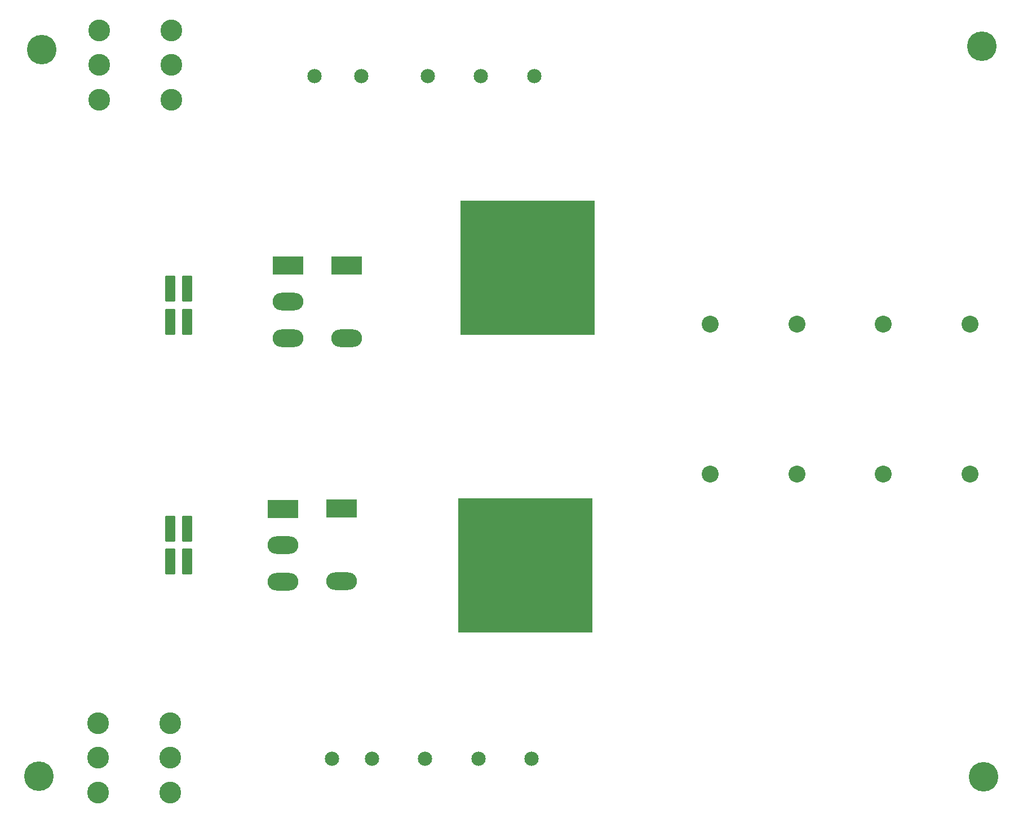
<source format=gbr>
%TF.GenerationSoftware,KiCad,Pcbnew,9.0.6*%
%TF.CreationDate,2025-12-19T02:54:44-05:00*%
%TF.ProjectId,CSI_Tester,4353495f-5465-4737-9465-722e6b696361,rev?*%
%TF.SameCoordinates,Original*%
%TF.FileFunction,Soldermask,Top*%
%TF.FilePolarity,Negative*%
%FSLAX46Y46*%
G04 Gerber Fmt 4.6, Leading zero omitted, Abs format (unit mm)*
G04 Created by KiCad (PCBNEW 9.0.6) date 2025-12-19 02:54:44*
%MOMM*%
%LPD*%
G01*
G04 APERTURE LIST*
G04 Aperture macros list*
%AMRoundRect*
0 Rectangle with rounded corners*
0 $1 Rounding radius*
0 $2 $3 $4 $5 $6 $7 $8 $9 X,Y pos of 4 corners*
0 Add a 4 corners polygon primitive as box body*
4,1,4,$2,$3,$4,$5,$6,$7,$8,$9,$2,$3,0*
0 Add four circle primitives for the rounded corners*
1,1,$1+$1,$2,$3*
1,1,$1+$1,$4,$5*
1,1,$1+$1,$6,$7*
1,1,$1+$1,$8,$9*
0 Add four rect primitives between the rounded corners*
20,1,$1+$1,$2,$3,$4,$5,0*
20,1,$1+$1,$4,$5,$6,$7,0*
20,1,$1+$1,$6,$7,$8,$9,0*
20,1,$1+$1,$8,$9,$2,$3,0*%
G04 Aperture macros list end*
%ADD10C,2.140000*%
%ADD11RoundRect,0.102000X-0.635000X-1.840000X0.635000X-1.840000X0.635000X1.840000X-0.635000X1.840000X0*%
%ADD12C,2.540000*%
%ADD13RoundRect,0.070000X-2.250000X1.250000X-2.250000X-1.250000X2.250000X-1.250000X2.250000X1.250000X0*%
%ADD14O,4.640000X2.640000*%
%ADD15RoundRect,0.070000X-10.000000X-10.000000X10.000000X-10.000000X10.000000X10.000000X-10.000000X10.000000X0*%
%ADD16C,4.440000*%
%ADD17C,3.264200*%
G04 APERTURE END LIST*
D10*
%TO.C,Vg_H1*%
X112370000Y-36475000D03*
%TD*%
%TO.C,Vs_H1*%
X119370000Y-36475000D03*
%TD*%
%TO.C,Vc+1*%
X145370000Y-36475000D03*
%TD*%
%TO.C,Vdc+1*%
X129000000Y-139000000D03*
%TD*%
D11*
%TO.C,J1*%
X93270000Y-104425000D03*
X93270000Y-109375000D03*
X90730000Y-104425000D03*
X90730000Y-109375000D03*
%TD*%
D12*
%TO.C,C4*%
X210800000Y-96250000D03*
X210800000Y-73750000D03*
%TD*%
D13*
%TO.C,Q1*%
X107615000Y-101498400D03*
D14*
X107615000Y-106948400D03*
X107615000Y-112398400D03*
%TD*%
D12*
%TO.C,C2*%
X184800000Y-96250000D03*
X184800000Y-73750000D03*
%TD*%
%TO.C,C1*%
X171800000Y-96250000D03*
X171800000Y-73750000D03*
%TD*%
D13*
%TO.C,D1*%
X116466200Y-101433200D03*
D14*
X116466200Y-112333200D03*
%TD*%
D15*
%TO.C,R1*%
X144000000Y-110000000D03*
%TD*%
D13*
%TO.C,D2*%
X117228200Y-64908000D03*
D14*
X117228200Y-75808000D03*
%TD*%
D10*
%TO.C,Vc-1*%
X145000000Y-139000000D03*
%TD*%
D12*
%TO.C,C3*%
X197800000Y-96250000D03*
X197800000Y-73750000D03*
%TD*%
D16*
%TO.C,H5*%
X212900000Y-141700000D03*
%TD*%
D15*
%TO.C,R2*%
X144400000Y-65300000D03*
%TD*%
D16*
%TO.C,H4*%
X212600000Y-32000000D03*
%TD*%
D11*
%TO.C,J2*%
X93270000Y-68425000D03*
X93270000Y-73375000D03*
X90730000Y-68425000D03*
X90730000Y-73375000D03*
%TD*%
D17*
%TO.C,J3*%
X80040600Y-29616850D03*
X80040600Y-34823850D03*
X80040600Y-40030850D03*
X90835600Y-29616850D03*
X90835600Y-34823850D03*
X90835600Y-40030850D03*
%TD*%
D10*
%TO.C,Vs_L1*%
X121000000Y-139000000D03*
%TD*%
D13*
%TO.C,Q2*%
X108356400Y-64922400D03*
D14*
X108356400Y-70372400D03*
X108356400Y-75822400D03*
%TD*%
D10*
%TO.C,Vcvr1*%
X137000000Y-139000000D03*
%TD*%
D16*
%TO.C,H7*%
X71000000Y-141600000D03*
%TD*%
D10*
%TO.C,Vdc+2*%
X129370000Y-36475000D03*
%TD*%
%TO.C,Vcvr2*%
X137370000Y-36475000D03*
%TD*%
%TO.C,Vg_L1*%
X115000000Y-139000000D03*
%TD*%
D17*
%TO.C,J4*%
X90659400Y-144083150D03*
X90659400Y-138876150D03*
X90659400Y-133669150D03*
X79864400Y-144083150D03*
X79864400Y-138876150D03*
X79864400Y-133669150D03*
%TD*%
D16*
%TO.C,H6*%
X71381470Y-32475000D03*
%TD*%
M02*

</source>
